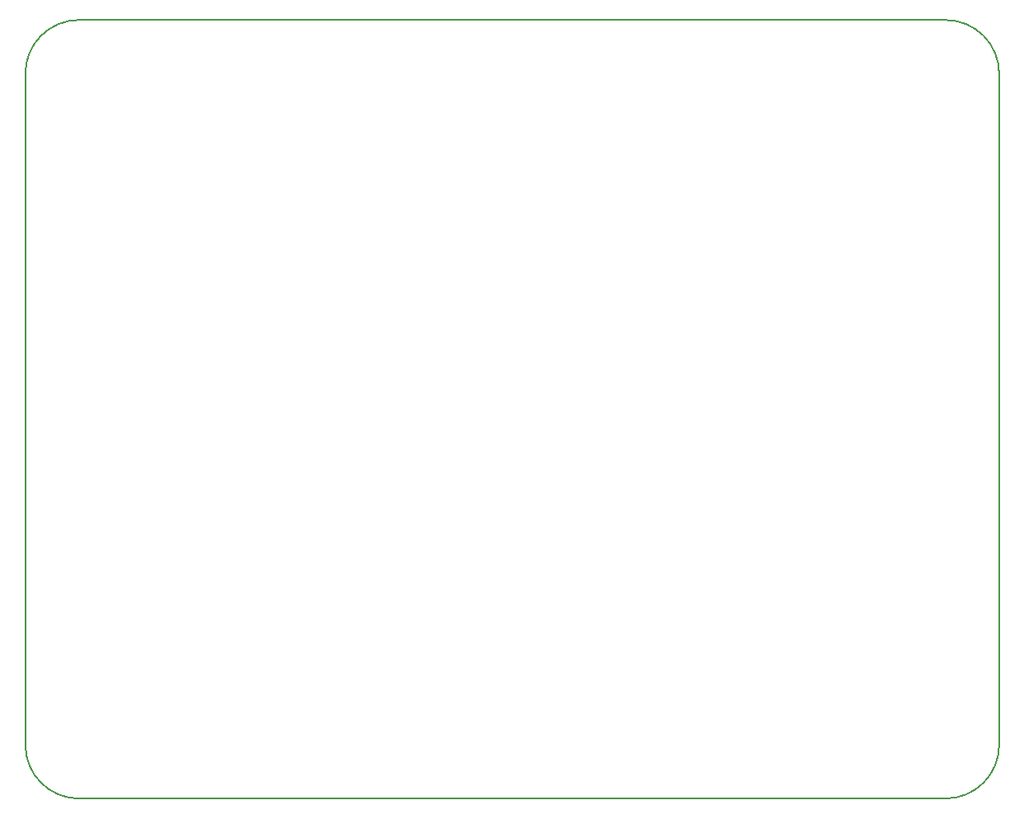
<source format=gbr>
%TF.GenerationSoftware,KiCad,Pcbnew,9.0.3*%
%TF.CreationDate,2025-12-16T09:58:44+01:00*%
%TF.ProjectId,PTP_Teo_Sencar_Project1,5054505f-5465-46f5-9f53-656e6361725f,rev?*%
%TF.SameCoordinates,Original*%
%TF.FileFunction,Profile,NP*%
%FSLAX46Y46*%
G04 Gerber Fmt 4.6, Leading zero omitted, Abs format (unit mm)*
G04 Created by KiCad (PCBNEW 9.0.3) date 2025-12-16 09:58:44*
%MOMM*%
%LPD*%
G01*
G04 APERTURE LIST*
%TA.AperFunction,Profile*%
%ADD10C,0.200000*%
%TD*%
G04 APERTURE END LIST*
D10*
X99000000Y-125500000D02*
X99000000Y-56500000D01*
X99000000Y-56500000D02*
G75*
G02*
X104500000Y-51000000I5500000J0D01*
G01*
X199000000Y-56500000D02*
X199000000Y-125500000D01*
X104500000Y-131000000D02*
G75*
G02*
X99000000Y-125500000I0J5500000D01*
G01*
X193500000Y-51000000D02*
G75*
G02*
X199000000Y-56500000I0J-5500000D01*
G01*
X193500000Y-131000000D02*
X104500000Y-131000000D01*
X199000000Y-125500000D02*
G75*
G02*
X193500000Y-131000000I-5500000J0D01*
G01*
X104500000Y-51000000D02*
X193500000Y-51000000D01*
M02*

</source>
